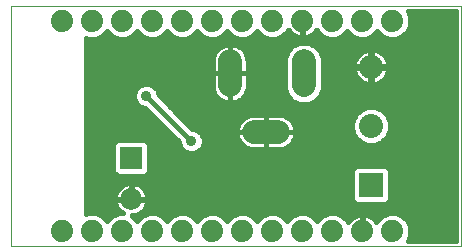
<source format=gbl>
G75*
%MOIN*%
%OFA0B0*%
%FSLAX25Y25*%
%IPPOS*%
%LPD*%
%AMOC8*
5,1,8,0,0,1.08239X$1,22.5*
%
%ADD10C,0.00000*%
%ADD11R,0.08000X0.08000*%
%ADD12C,0.08000*%
%ADD13C,0.08000*%
%ADD14R,0.07283X0.07283*%
%ADD15C,0.07283*%
%ADD16C,0.07400*%
%ADD17C,0.03562*%
%ADD18C,0.01600*%
D10*
X0088000Y0011800D02*
X0088000Y0091800D01*
X0238000Y0091800D01*
X0238000Y0011800D01*
X0088000Y0011800D01*
D11*
X0208000Y0032115D03*
D12*
X0208000Y0051800D03*
X0208000Y0071485D03*
D13*
X0185500Y0073300D02*
X0185500Y0065300D01*
X0161000Y0065300D02*
X0161000Y0073300D01*
X0169000Y0049800D02*
X0177000Y0049800D01*
D14*
X0128000Y0041190D03*
D15*
X0128000Y0027410D03*
D16*
X0125000Y0016800D03*
X0115000Y0016800D03*
X0105000Y0016800D03*
X0135000Y0016800D03*
X0145000Y0016800D03*
X0155000Y0016800D03*
X0165000Y0016800D03*
X0175000Y0016800D03*
X0185000Y0016800D03*
X0195000Y0016800D03*
X0205000Y0016800D03*
X0215000Y0016800D03*
X0215000Y0086800D03*
X0205000Y0086800D03*
X0195000Y0086800D03*
X0185000Y0086800D03*
X0175000Y0086800D03*
X0165000Y0086800D03*
X0155000Y0086800D03*
X0145000Y0086800D03*
X0135000Y0086800D03*
X0125000Y0086800D03*
X0115000Y0086800D03*
X0105000Y0086800D03*
D17*
X0133000Y0061800D03*
X0148000Y0046800D03*
X0178000Y0029300D03*
X0159400Y0026500D03*
D18*
X0158399Y0021887D02*
X0156193Y0022800D01*
X0153807Y0022800D01*
X0151601Y0021887D01*
X0150000Y0020285D01*
X0148399Y0021887D01*
X0146193Y0022800D01*
X0143807Y0022800D01*
X0141601Y0021887D01*
X0140000Y0020285D01*
X0138399Y0021887D01*
X0136193Y0022800D01*
X0133807Y0022800D01*
X0131601Y0021887D01*
X0130000Y0020285D01*
X0128399Y0021887D01*
X0128201Y0021968D01*
X0128428Y0021969D01*
X0129274Y0022102D01*
X0130089Y0022367D01*
X0130852Y0022756D01*
X0131545Y0023260D01*
X0132151Y0023865D01*
X0132654Y0024558D01*
X0133043Y0025321D01*
X0133308Y0026136D01*
X0133442Y0026982D01*
X0133442Y0027226D01*
X0128184Y0027226D01*
X0128184Y0027594D01*
X0133442Y0027594D01*
X0133442Y0027839D01*
X0133308Y0028685D01*
X0133043Y0029499D01*
X0132654Y0030262D01*
X0132151Y0030955D01*
X0131545Y0031561D01*
X0130852Y0032064D01*
X0130089Y0032453D01*
X0129274Y0032718D01*
X0128428Y0032852D01*
X0128184Y0032852D01*
X0128184Y0027595D01*
X0127816Y0027595D01*
X0127816Y0032852D01*
X0127572Y0032852D01*
X0126726Y0032718D01*
X0125911Y0032453D01*
X0125148Y0032064D01*
X0124455Y0031561D01*
X0123849Y0030955D01*
X0123346Y0030262D01*
X0122957Y0029499D01*
X0122692Y0028685D01*
X0122558Y0027839D01*
X0122558Y0027594D01*
X0127816Y0027594D01*
X0127816Y0027226D01*
X0122558Y0027226D01*
X0122558Y0026982D01*
X0122692Y0026136D01*
X0122957Y0025321D01*
X0123346Y0024558D01*
X0123849Y0023865D01*
X0124455Y0023260D01*
X0125087Y0022800D01*
X0123807Y0022800D01*
X0121601Y0021887D01*
X0120000Y0020285D01*
X0118399Y0021887D01*
X0116193Y0022800D01*
X0113807Y0022800D01*
X0113000Y0022466D01*
X0113000Y0081134D01*
X0113807Y0080800D01*
X0116193Y0080800D01*
X0118399Y0081713D01*
X0120000Y0083315D01*
X0121601Y0081713D01*
X0123807Y0080800D01*
X0126193Y0080800D01*
X0128399Y0081713D01*
X0130000Y0083315D01*
X0131601Y0081713D01*
X0133807Y0080800D01*
X0136193Y0080800D01*
X0138399Y0081713D01*
X0140000Y0083315D01*
X0141601Y0081713D01*
X0143807Y0080800D01*
X0146193Y0080800D01*
X0148399Y0081713D01*
X0150000Y0083315D01*
X0151601Y0081713D01*
X0153807Y0080800D01*
X0156193Y0080800D01*
X0158399Y0081713D01*
X0160000Y0083315D01*
X0161601Y0081713D01*
X0163807Y0080800D01*
X0166193Y0080800D01*
X0168399Y0081713D01*
X0170000Y0083315D01*
X0171601Y0081713D01*
X0173807Y0080800D01*
X0176193Y0080800D01*
X0178399Y0081713D01*
X0180087Y0083401D01*
X0180299Y0083914D01*
X0180805Y0083217D01*
X0181417Y0082605D01*
X0182117Y0082096D01*
X0182889Y0081703D01*
X0183712Y0081435D01*
X0184567Y0081300D01*
X0184800Y0081300D01*
X0184800Y0086600D01*
X0185200Y0086600D01*
X0185200Y0081300D01*
X0185433Y0081300D01*
X0186288Y0081435D01*
X0187111Y0081703D01*
X0187883Y0082096D01*
X0188583Y0082605D01*
X0189195Y0083217D01*
X0189701Y0083914D01*
X0189913Y0083401D01*
X0191601Y0081713D01*
X0193807Y0080800D01*
X0196193Y0080800D01*
X0198399Y0081713D01*
X0200000Y0083315D01*
X0201601Y0081713D01*
X0203807Y0080800D01*
X0206193Y0080800D01*
X0208399Y0081713D01*
X0210000Y0083315D01*
X0211601Y0081713D01*
X0213807Y0080800D01*
X0216193Y0080800D01*
X0218399Y0081713D01*
X0220087Y0083401D01*
X0221000Y0085607D01*
X0221000Y0087993D01*
X0220169Y0090000D01*
X0236200Y0090000D01*
X0236200Y0013600D01*
X0220169Y0013600D01*
X0221000Y0015607D01*
X0221000Y0017993D01*
X0220087Y0020199D01*
X0218399Y0021887D01*
X0216193Y0022800D01*
X0213807Y0022800D01*
X0211601Y0021887D01*
X0209913Y0020199D01*
X0209701Y0019686D01*
X0209195Y0020383D01*
X0208583Y0020995D01*
X0207883Y0021504D01*
X0207111Y0021897D01*
X0206288Y0022165D01*
X0205433Y0022300D01*
X0205200Y0022300D01*
X0205200Y0017000D01*
X0204800Y0017000D01*
X0204800Y0022300D01*
X0204567Y0022300D01*
X0203712Y0022165D01*
X0202889Y0021897D01*
X0202117Y0021504D01*
X0201417Y0020995D01*
X0200805Y0020383D01*
X0200299Y0019686D01*
X0200087Y0020199D01*
X0198399Y0021887D01*
X0196193Y0022800D01*
X0193807Y0022800D01*
X0191601Y0021887D01*
X0190000Y0020285D01*
X0188399Y0021887D01*
X0186193Y0022800D01*
X0183807Y0022800D01*
X0181601Y0021887D01*
X0180000Y0020285D01*
X0178399Y0021887D01*
X0176193Y0022800D01*
X0173807Y0022800D01*
X0171601Y0021887D01*
X0170000Y0020285D01*
X0168399Y0021887D01*
X0166193Y0022800D01*
X0163807Y0022800D01*
X0161601Y0021887D01*
X0160000Y0020285D01*
X0158399Y0021887D01*
X0158894Y0021391D02*
X0161106Y0021391D01*
X0168894Y0021391D02*
X0171106Y0021391D01*
X0178894Y0021391D02*
X0181106Y0021391D01*
X0188894Y0021391D02*
X0191106Y0021391D01*
X0198894Y0021391D02*
X0201962Y0021391D01*
X0200376Y0019793D02*
X0200255Y0019793D01*
X0204800Y0019793D02*
X0205200Y0019793D01*
X0205200Y0021391D02*
X0204800Y0021391D01*
X0208038Y0021391D02*
X0211106Y0021391D01*
X0209745Y0019793D02*
X0209624Y0019793D01*
X0205200Y0018194D02*
X0204800Y0018194D01*
X0218894Y0021391D02*
X0236200Y0021391D01*
X0236200Y0019793D02*
X0220255Y0019793D01*
X0220917Y0018194D02*
X0236200Y0018194D01*
X0236200Y0016596D02*
X0221000Y0016596D01*
X0220748Y0014997D02*
X0236200Y0014997D01*
X0236200Y0022990D02*
X0131173Y0022990D01*
X0132669Y0024588D02*
X0236200Y0024588D01*
X0236200Y0026187D02*
X0213324Y0026187D01*
X0212953Y0025815D02*
X0214300Y0027162D01*
X0214300Y0037068D01*
X0212953Y0038415D01*
X0203047Y0038415D01*
X0201700Y0037068D01*
X0201700Y0027162D01*
X0203047Y0025815D01*
X0212953Y0025815D01*
X0214300Y0027785D02*
X0236200Y0027785D01*
X0236200Y0029384D02*
X0214300Y0029384D01*
X0214300Y0030982D02*
X0236200Y0030982D01*
X0236200Y0032581D02*
X0214300Y0032581D01*
X0214300Y0034179D02*
X0236200Y0034179D01*
X0236200Y0035778D02*
X0214300Y0035778D01*
X0213991Y0037376D02*
X0236200Y0037376D01*
X0236200Y0038975D02*
X0133942Y0038975D01*
X0133942Y0040573D02*
X0236200Y0040573D01*
X0236200Y0042172D02*
X0133942Y0042172D01*
X0133942Y0043770D02*
X0145258Y0043770D01*
X0145688Y0043340D02*
X0147188Y0042719D01*
X0148812Y0042719D01*
X0150312Y0043340D01*
X0151460Y0044488D01*
X0152081Y0045988D01*
X0152081Y0047612D01*
X0151460Y0049112D01*
X0150312Y0050260D01*
X0148812Y0050881D01*
X0148303Y0050881D01*
X0137081Y0062103D01*
X0137081Y0062612D01*
X0136460Y0064112D01*
X0135312Y0065260D01*
X0133812Y0065881D01*
X0132188Y0065881D01*
X0130688Y0065260D01*
X0129540Y0064112D01*
X0128919Y0062612D01*
X0128919Y0060988D01*
X0129540Y0059488D01*
X0130688Y0058340D01*
X0132188Y0057719D01*
X0132697Y0057719D01*
X0143919Y0046497D01*
X0143919Y0045988D01*
X0144540Y0044488D01*
X0145688Y0043340D01*
X0144175Y0045369D02*
X0133942Y0045369D01*
X0133942Y0045784D02*
X0132594Y0047131D01*
X0123406Y0047131D01*
X0122058Y0045784D01*
X0122058Y0036595D01*
X0123406Y0035248D01*
X0132594Y0035248D01*
X0133942Y0036595D01*
X0133942Y0045784D01*
X0132759Y0046967D02*
X0143449Y0046967D01*
X0141850Y0048566D02*
X0113000Y0048566D01*
X0113000Y0050164D02*
X0140252Y0050164D01*
X0138653Y0051763D02*
X0113000Y0051763D01*
X0113000Y0053361D02*
X0137055Y0053361D01*
X0135456Y0054960D02*
X0113000Y0054960D01*
X0113000Y0056558D02*
X0133858Y0056558D01*
X0131131Y0058157D02*
X0113000Y0058157D01*
X0113000Y0059755D02*
X0129430Y0059755D01*
X0128919Y0061354D02*
X0113000Y0061354D01*
X0113000Y0062952D02*
X0129060Y0062952D01*
X0129979Y0064551D02*
X0113000Y0064551D01*
X0113000Y0066149D02*
X0155200Y0066149D01*
X0155200Y0064844D02*
X0155343Y0063942D01*
X0155625Y0063074D01*
X0156039Y0062260D01*
X0156576Y0061522D01*
X0157222Y0060876D01*
X0157960Y0060339D01*
X0158774Y0059925D01*
X0159642Y0059643D01*
X0160544Y0059500D01*
X0161000Y0059500D01*
X0161456Y0059500D01*
X0162358Y0059643D01*
X0163226Y0059925D01*
X0164040Y0060339D01*
X0164778Y0060876D01*
X0165424Y0061522D01*
X0165961Y0062260D01*
X0166375Y0063074D01*
X0166657Y0063942D01*
X0166800Y0064844D01*
X0166800Y0069300D01*
X0166800Y0073756D01*
X0166657Y0074658D01*
X0166375Y0075526D01*
X0165961Y0076340D01*
X0165424Y0077078D01*
X0164778Y0077724D01*
X0164040Y0078261D01*
X0163226Y0078675D01*
X0162358Y0078957D01*
X0161456Y0079100D01*
X0161000Y0079100D01*
X0161000Y0069300D01*
X0166800Y0069300D01*
X0161000Y0069300D01*
X0161000Y0069300D01*
X0161000Y0069300D01*
X0161000Y0059500D01*
X0161000Y0069300D01*
X0161000Y0069300D01*
X0161000Y0069300D01*
X0155200Y0069300D01*
X0155200Y0073756D01*
X0155343Y0074658D01*
X0155625Y0075526D01*
X0156039Y0076340D01*
X0156576Y0077078D01*
X0157222Y0077724D01*
X0157960Y0078261D01*
X0158774Y0078675D01*
X0159642Y0078957D01*
X0160544Y0079100D01*
X0161000Y0079100D01*
X0161000Y0069300D01*
X0155200Y0069300D01*
X0155200Y0064844D01*
X0155246Y0064551D02*
X0136021Y0064551D01*
X0136940Y0062952D02*
X0155687Y0062952D01*
X0156744Y0061354D02*
X0137830Y0061354D01*
X0139429Y0059755D02*
X0159295Y0059755D01*
X0161000Y0059755D02*
X0161000Y0059755D01*
X0161000Y0061354D02*
X0161000Y0061354D01*
X0161000Y0062952D02*
X0161000Y0062952D01*
X0161000Y0064551D02*
X0161000Y0064551D01*
X0161000Y0066149D02*
X0161000Y0066149D01*
X0161000Y0067748D02*
X0161000Y0067748D01*
X0161000Y0069346D02*
X0161000Y0069346D01*
X0161000Y0070945D02*
X0161000Y0070945D01*
X0161000Y0072543D02*
X0161000Y0072543D01*
X0161000Y0074142D02*
X0161000Y0074142D01*
X0161000Y0075740D02*
X0161000Y0075740D01*
X0161000Y0077339D02*
X0161000Y0077339D01*
X0161000Y0078937D02*
X0161000Y0078937D01*
X0159581Y0078937D02*
X0113000Y0078937D01*
X0113000Y0077339D02*
X0156837Y0077339D01*
X0155734Y0075740D02*
X0113000Y0075740D01*
X0113000Y0074142D02*
X0155261Y0074142D01*
X0155200Y0072543D02*
X0113000Y0072543D01*
X0113000Y0070945D02*
X0155200Y0070945D01*
X0155200Y0069346D02*
X0113000Y0069346D01*
X0113000Y0067748D02*
X0155200Y0067748D01*
X0166800Y0067748D02*
X0179200Y0067748D01*
X0179200Y0069346D02*
X0166800Y0069346D01*
X0166800Y0070945D02*
X0179200Y0070945D01*
X0179200Y0072543D02*
X0166800Y0072543D01*
X0166739Y0074142D02*
X0179200Y0074142D01*
X0179200Y0074553D02*
X0180159Y0076869D01*
X0181931Y0078641D01*
X0184247Y0079600D01*
X0186753Y0079600D01*
X0189069Y0078641D01*
X0190841Y0076869D01*
X0191800Y0074553D01*
X0191800Y0064047D01*
X0190841Y0061731D01*
X0189069Y0059959D01*
X0186753Y0059000D01*
X0184247Y0059000D01*
X0181931Y0059959D01*
X0180159Y0061731D01*
X0179200Y0064047D01*
X0179200Y0074553D01*
X0179692Y0075740D02*
X0166266Y0075740D01*
X0165163Y0077339D02*
X0180629Y0077339D01*
X0182647Y0078937D02*
X0162419Y0078937D01*
X0161180Y0082134D02*
X0158820Y0082134D01*
X0151180Y0082134D02*
X0148820Y0082134D01*
X0141180Y0082134D02*
X0138820Y0082134D01*
X0131180Y0082134D02*
X0128820Y0082134D01*
X0121180Y0082134D02*
X0118820Y0082134D01*
X0113000Y0080536D02*
X0236200Y0080536D01*
X0236200Y0082134D02*
X0218820Y0082134D01*
X0220224Y0083733D02*
X0236200Y0083733D01*
X0236200Y0085332D02*
X0220886Y0085332D01*
X0221000Y0086930D02*
X0236200Y0086930D01*
X0236200Y0088529D02*
X0220778Y0088529D01*
X0211180Y0082134D02*
X0208820Y0082134D01*
X0201180Y0082134D02*
X0198820Y0082134D01*
X0191180Y0082134D02*
X0187936Y0082134D01*
X0185200Y0082134D02*
X0184800Y0082134D01*
X0182064Y0082134D02*
X0178820Y0082134D01*
X0180224Y0083733D02*
X0180430Y0083733D01*
X0184800Y0083733D02*
X0185200Y0083733D01*
X0185200Y0085332D02*
X0184800Y0085332D01*
X0189570Y0083733D02*
X0189776Y0083733D01*
X0188353Y0078937D02*
X0236200Y0078937D01*
X0236200Y0077339D02*
X0190371Y0077339D01*
X0191308Y0075740D02*
X0204053Y0075740D01*
X0204222Y0075909D02*
X0203576Y0075263D01*
X0203039Y0074525D01*
X0202625Y0073711D01*
X0202343Y0072843D01*
X0202200Y0071942D01*
X0202200Y0071835D01*
X0207650Y0071835D01*
X0207650Y0071135D01*
X0208350Y0071135D01*
X0208350Y0065685D01*
X0208456Y0065685D01*
X0209358Y0065828D01*
X0210226Y0066110D01*
X0211040Y0066524D01*
X0211778Y0067061D01*
X0212424Y0067707D01*
X0212961Y0068445D01*
X0213375Y0069259D01*
X0213657Y0070127D01*
X0213800Y0071029D01*
X0213800Y0071135D01*
X0208350Y0071135D01*
X0208350Y0071835D01*
X0213800Y0071835D01*
X0213800Y0071942D01*
X0213657Y0072843D01*
X0213375Y0073711D01*
X0212961Y0074525D01*
X0212424Y0075263D01*
X0211778Y0075909D01*
X0211040Y0076446D01*
X0210226Y0076860D01*
X0209358Y0077142D01*
X0208456Y0077285D01*
X0208350Y0077285D01*
X0208350Y0071835D01*
X0207650Y0071835D01*
X0207650Y0077285D01*
X0207544Y0077285D01*
X0206642Y0077142D01*
X0205774Y0076860D01*
X0204960Y0076446D01*
X0204222Y0075909D01*
X0202844Y0074142D02*
X0191800Y0074142D01*
X0191800Y0072543D02*
X0202295Y0072543D01*
X0202200Y0071135D02*
X0202200Y0071029D01*
X0202343Y0070127D01*
X0202625Y0069259D01*
X0203039Y0068445D01*
X0203576Y0067707D01*
X0204222Y0067061D01*
X0204960Y0066524D01*
X0205774Y0066110D01*
X0206642Y0065828D01*
X0207544Y0065685D01*
X0207650Y0065685D01*
X0207650Y0071135D01*
X0202200Y0071135D01*
X0202213Y0070945D02*
X0191800Y0070945D01*
X0191800Y0069346D02*
X0202596Y0069346D01*
X0203546Y0067748D02*
X0191800Y0067748D01*
X0191800Y0066149D02*
X0205696Y0066149D01*
X0207650Y0066149D02*
X0208350Y0066149D01*
X0210304Y0066149D02*
X0236200Y0066149D01*
X0236200Y0064551D02*
X0191800Y0064551D01*
X0191347Y0062952D02*
X0236200Y0062952D01*
X0236200Y0061354D02*
X0190463Y0061354D01*
X0188577Y0059755D02*
X0236200Y0059755D01*
X0236200Y0058157D02*
X0141027Y0058157D01*
X0142626Y0056558D02*
X0203849Y0056558D01*
X0204431Y0057141D02*
X0202659Y0055369D01*
X0201700Y0053053D01*
X0201700Y0050547D01*
X0202659Y0048231D01*
X0204431Y0046459D01*
X0206747Y0045500D01*
X0209253Y0045500D01*
X0211569Y0046459D01*
X0213341Y0048231D01*
X0214300Y0050547D01*
X0214300Y0053053D01*
X0213341Y0055369D01*
X0211569Y0057141D01*
X0209253Y0058100D01*
X0206747Y0058100D01*
X0204431Y0057141D01*
X0202490Y0054960D02*
X0179649Y0054960D01*
X0180040Y0054761D02*
X0179226Y0055175D01*
X0178358Y0055457D01*
X0177456Y0055600D01*
X0173000Y0055600D01*
X0173000Y0049800D01*
X0173000Y0049800D01*
X0182800Y0049800D01*
X0182800Y0050256D01*
X0182657Y0051158D01*
X0182375Y0052026D01*
X0181961Y0052840D01*
X0181424Y0053578D01*
X0180778Y0054224D01*
X0180040Y0054761D01*
X0181582Y0053361D02*
X0201828Y0053361D01*
X0201700Y0051763D02*
X0182461Y0051763D01*
X0182800Y0050164D02*
X0201858Y0050164D01*
X0202521Y0048566D02*
X0182677Y0048566D01*
X0182657Y0048442D02*
X0182800Y0049344D01*
X0182800Y0049800D01*
X0173000Y0049800D01*
X0173000Y0049800D01*
X0173000Y0055600D01*
X0168544Y0055600D01*
X0167642Y0055457D01*
X0166774Y0055175D01*
X0165960Y0054761D01*
X0165222Y0054224D01*
X0164576Y0053578D01*
X0164039Y0052840D01*
X0163625Y0052026D01*
X0163343Y0051158D01*
X0163200Y0050256D01*
X0163200Y0049800D01*
X0173000Y0049800D01*
X0173000Y0044000D01*
X0177456Y0044000D01*
X0178358Y0044143D01*
X0179226Y0044425D01*
X0180040Y0044839D01*
X0180778Y0045376D01*
X0181424Y0046022D01*
X0181961Y0046760D01*
X0182375Y0047574D01*
X0182657Y0048442D01*
X0182066Y0046967D02*
X0203923Y0046967D01*
X0212077Y0046967D02*
X0236200Y0046967D01*
X0236200Y0048566D02*
X0213479Y0048566D01*
X0214142Y0050164D02*
X0236200Y0050164D01*
X0236200Y0051763D02*
X0214300Y0051763D01*
X0214172Y0053361D02*
X0236200Y0053361D01*
X0236200Y0054960D02*
X0213510Y0054960D01*
X0212151Y0056558D02*
X0236200Y0056558D01*
X0236200Y0045369D02*
X0180768Y0045369D01*
X0173000Y0045369D02*
X0173000Y0045369D01*
X0173000Y0044000D02*
X0173000Y0049800D01*
X0173000Y0049800D01*
X0173000Y0049800D01*
X0163200Y0049800D01*
X0163200Y0049344D01*
X0163343Y0048442D01*
X0163625Y0047574D01*
X0164039Y0046760D01*
X0164576Y0046022D01*
X0165222Y0045376D01*
X0165960Y0044839D01*
X0166774Y0044425D01*
X0167642Y0044143D01*
X0168544Y0044000D01*
X0173000Y0044000D01*
X0173000Y0046967D02*
X0173000Y0046967D01*
X0173000Y0048566D02*
X0173000Y0048566D01*
X0173000Y0050164D02*
X0173000Y0050164D01*
X0173000Y0051763D02*
X0173000Y0051763D01*
X0173000Y0053361D02*
X0173000Y0053361D01*
X0173000Y0054960D02*
X0173000Y0054960D01*
X0166351Y0054960D02*
X0144224Y0054960D01*
X0145823Y0053361D02*
X0164418Y0053361D01*
X0163539Y0051763D02*
X0147421Y0051763D01*
X0150407Y0050164D02*
X0163200Y0050164D01*
X0163323Y0048566D02*
X0151686Y0048566D01*
X0152081Y0046967D02*
X0163934Y0046967D01*
X0165232Y0045369D02*
X0151824Y0045369D01*
X0150742Y0043770D02*
X0236200Y0043770D01*
X0202009Y0037376D02*
X0133942Y0037376D01*
X0133124Y0035778D02*
X0201700Y0035778D01*
X0201700Y0034179D02*
X0113000Y0034179D01*
X0113000Y0032581D02*
X0126303Y0032581D01*
X0127816Y0032581D02*
X0128184Y0032581D01*
X0129697Y0032581D02*
X0201700Y0032581D01*
X0201700Y0030982D02*
X0132124Y0030982D01*
X0128184Y0030982D02*
X0127816Y0030982D01*
X0127816Y0029384D02*
X0128184Y0029384D01*
X0128184Y0027785D02*
X0127816Y0027785D01*
X0122919Y0029384D02*
X0113000Y0029384D01*
X0113000Y0027785D02*
X0122558Y0027785D01*
X0122684Y0026187D02*
X0113000Y0026187D01*
X0113000Y0024588D02*
X0123331Y0024588D01*
X0124826Y0022990D02*
X0113000Y0022990D01*
X0118894Y0021391D02*
X0121106Y0021391D01*
X0128894Y0021391D02*
X0131106Y0021391D01*
X0138894Y0021391D02*
X0141106Y0021391D01*
X0148894Y0021391D02*
X0151106Y0021391D01*
X0133316Y0026187D02*
X0202676Y0026187D01*
X0201700Y0027785D02*
X0133442Y0027785D01*
X0133081Y0029384D02*
X0201700Y0029384D01*
X0148000Y0046800D02*
X0133000Y0061800D01*
X0123241Y0046967D02*
X0113000Y0046967D01*
X0113000Y0045369D02*
X0122058Y0045369D01*
X0122058Y0043770D02*
X0113000Y0043770D01*
X0113000Y0042172D02*
X0122058Y0042172D01*
X0122058Y0040573D02*
X0113000Y0040573D01*
X0113000Y0038975D02*
X0122058Y0038975D01*
X0122058Y0037376D02*
X0113000Y0037376D01*
X0113000Y0035778D02*
X0122876Y0035778D01*
X0123876Y0030982D02*
X0113000Y0030982D01*
X0162704Y0059755D02*
X0182423Y0059755D01*
X0180537Y0061354D02*
X0165256Y0061354D01*
X0166313Y0062952D02*
X0179653Y0062952D01*
X0179200Y0064551D02*
X0166754Y0064551D01*
X0166800Y0066149D02*
X0179200Y0066149D01*
X0207650Y0067748D02*
X0208350Y0067748D01*
X0208350Y0069346D02*
X0207650Y0069346D01*
X0207650Y0070945D02*
X0208350Y0070945D01*
X0208350Y0072543D02*
X0207650Y0072543D01*
X0207650Y0074142D02*
X0208350Y0074142D01*
X0208350Y0075740D02*
X0207650Y0075740D01*
X0211947Y0075740D02*
X0236200Y0075740D01*
X0236200Y0074142D02*
X0213156Y0074142D01*
X0213705Y0072543D02*
X0236200Y0072543D01*
X0236200Y0070945D02*
X0213787Y0070945D01*
X0213404Y0069346D02*
X0236200Y0069346D01*
X0236200Y0067748D02*
X0212454Y0067748D01*
X0171180Y0082134D02*
X0168820Y0082134D01*
M02*

</source>
